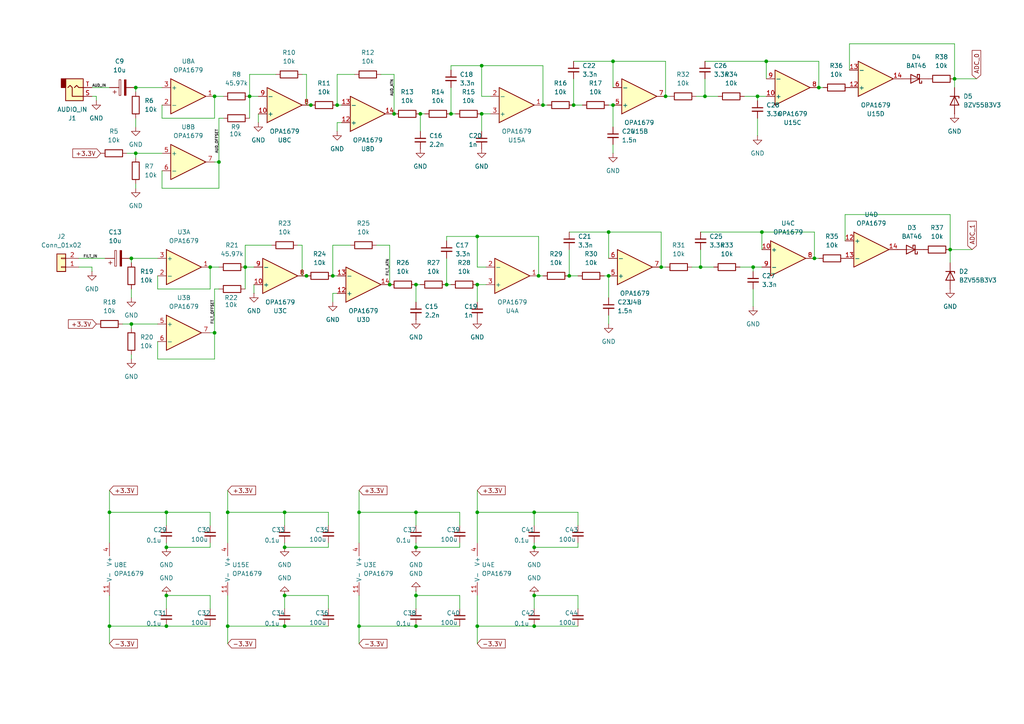
<source format=kicad_sch>
(kicad_sch (version 20250114) (generator "eeschema") (generator_version "9.0")
  (paper "A4")
  (junction (at 166.37 30.48))
  (junction (at 82.55 172.72))
  (junction (at 63.5 46.99))
  (junction (at 138.43 68.58))
  (junction (at 154.94 158.75))
  (junction (at 120.65 158.75))
  (junction (at 130.81 33.02))
  (junction (at 82.55 181.61))
  (junction (at 96.52 80.01))
  (junction (at 120.65 148.59))
  (junction (at 139.7 33.02))
  (junction (at 82.55 148.59))
  (junction (at 154.94 181.61))
  (junction (at 114.3 33.02))
  (junction (at 90.17 30.48))
  (junction (at 138.43 82.55))
  (junction (at 177.8 17.78))
  (junction (at 220.98 67.31))
  (junction (at 219.71 27.94))
  (junction (at 82.55 158.75))
  (junction (at 31.75 148.59))
  (junction (at 218.44 77.47))
  (junction (at 66.04 148.59))
  (junction (at 193.04 27.94))
  (junction (at 121.92 33.02))
  (junction (at 88.9 80.01))
  (junction (at 104.14 181.61))
  (junction (at 31.75 181.61))
  (junction (at 156.21 80.01))
  (junction (at 237.49 25.4))
  (junction (at 38.1 74.93))
  (junction (at 39.37 25.4))
  (junction (at 66.04 181.61))
  (junction (at 97.79 30.48))
  (junction (at 120.65 181.61))
  (junction (at 154.94 148.59))
  (junction (at 48.26 172.72))
  (junction (at 48.26 158.75))
  (junction (at 222.25 17.78))
  (junction (at 138.43 148.59))
  (junction (at 48.26 181.61))
  (junction (at 236.22 74.93))
  (junction (at 120.65 82.55))
  (junction (at 176.53 67.31))
  (junction (at 72.39 27.94))
  (junction (at 157.48 30.48))
  (junction (at 275.59 72.39))
  (junction (at 191.77 77.47))
  (junction (at 154.94 172.72))
  (junction (at 276.86 22.86))
  (junction (at 139.7 19.05))
  (junction (at 176.53 80.01))
  (junction (at 129.54 82.55))
  (junction (at 113.03 82.55))
  (junction (at 177.8 30.48))
  (junction (at 48.26 148.59))
  (junction (at 62.23 96.52))
  (junction (at 71.12 77.47))
  (junction (at 104.14 148.59))
  (junction (at 60.96 77.47))
  (junction (at 203.2 77.47))
  (junction (at 165.1 80.01))
  (junction (at 39.37 44.45))
  (junction (at 138.43 181.61))
  (junction (at 62.23 27.94))
  (junction (at 38.1 93.98))
  (junction (at 204.47 27.94))
  (junction (at 120.65 172.72))
  (wire (pts (xy 120.65 152.4) (xy 120.65 148.59)))
  (wire (pts (xy 31.75 142.24) (xy 31.75 148.59)))
  (wire (pts (xy 95.25 158.75) (xy 82.55 158.75)))
  (wire (pts (xy 120.65 82.55) (xy 121.92 82.55)))
  (wire (pts (xy 204.47 27.94) (xy 204.47 22.86)))
  (wire (pts (xy 72.39 27.94) (xy 74.93 27.94)))
  (wire (pts (xy 62.23 27.94) (xy 64.77 27.94)))
  (wire (pts (xy 60.96 172.72) (xy 60.96 176.53)))
  (wire (pts (xy 97.79 21.59) (xy 97.79 30.48)))
  (wire (pts (xy 177.8 30.48) (xy 176.53 30.48)))
  (wire (pts (xy 38.1 93.98) (xy 38.1 95.25)))
  (wire (pts (xy 46.99 30.48) (xy 46.99 34.29)))
  (wire (pts (xy 215.9 27.94) (xy 219.71 27.94)))
  (wire (pts (xy 97.79 38.1) (xy 97.79 35.56)))
  (wire (pts (xy 200.66 77.47) (xy 203.2 77.47)))
  (wire (pts (xy 157.48 19.05) (xy 157.48 30.48)))
  (wire (pts (xy 138.43 82.55) (xy 138.43 87.63)))
  (wire (pts (xy 22.86 74.93) (xy 30.48 74.93)))
  (wire (pts (xy 39.37 44.45) (xy 39.37 45.72)))
  (wire (pts (xy 139.7 19.05) (xy 139.7 27.94)))
  (wire (pts (xy 71.12 77.47) (xy 73.66 77.47)))
  (wire (pts (xy 220.98 67.31) (xy 236.22 67.31)))
  (wire (pts (xy 214.63 77.47) (xy 218.44 77.47)))
  (wire (pts (xy 95.25 172.72) (xy 95.25 176.53)))
  (wire (pts (xy 45.72 93.98) (xy 38.1 93.98)))
  (wire (pts (xy 78.74 71.12) (xy 71.12 71.12)))
  (wire (pts (xy 138.43 68.58) (xy 156.21 68.58)))
  (wire (pts (xy 96.52 71.12) (xy 96.52 80.01)))
  (wire (pts (xy 246.38 12.7) (xy 276.86 12.7)))
  (wire (pts (xy 26.67 27.94) (xy 27.94 27.94)))
  (wire (pts (xy 176.53 67.31) (xy 191.77 67.31)))
  (wire (pts (xy 39.37 53.34) (xy 39.37 54.61)))
  (wire (pts (xy 39.37 25.4) (xy 46.99 25.4)))
  (wire (pts (xy 46.99 44.45) (xy 39.37 44.45)))
  (wire (pts (xy 26.67 77.47) (xy 26.67 78.74)))
  (wire (pts (xy 48.26 158.75) (xy 60.96 158.75)))
  (wire (pts (xy 133.35 181.61) (xy 120.65 181.61)))
  (wire (pts (xy 139.7 33.02) (xy 139.7 38.1)))
  (wire (pts (xy 121.92 33.02) (xy 121.92 38.1)))
  (wire (pts (xy 80.01 21.59) (xy 72.39 21.59)))
  (wire (pts (xy 176.53 74.93) (xy 176.53 67.31)))
  (wire (pts (xy 82.55 176.53) (xy 82.55 172.72)))
  (wire (pts (xy 203.2 77.47) (xy 203.2 72.39)))
  (wire (pts (xy 74.93 33.02) (xy 74.93 35.56)))
  (wire (pts (xy 166.37 22.86) (xy 166.37 30.48)))
  (wire (pts (xy 66.04 148.59) (xy 82.55 148.59)))
  (wire (pts (xy 96.52 80.01) (xy 97.79 80.01)))
  (wire (pts (xy 237.49 25.4) (xy 238.76 25.4)))
  (wire (pts (xy 120.65 172.72) (xy 133.35 172.72)))
  (wire (pts (xy 39.37 25.4) (xy 39.37 26.67)))
  (wire (pts (xy 154.94 157.48) (xy 154.94 158.75)))
  (wire (pts (xy 22.86 77.47) (xy 26.67 77.47)))
  (wire (pts (xy 113.03 71.12) (xy 113.03 82.55)))
  (wire (pts (xy 130.81 25.4) (xy 130.81 33.02)))
  (wire (pts (xy 71.12 77.47) (xy 71.12 83.82)))
  (wire (pts (xy 158.75 30.48) (xy 157.48 30.48)))
  (wire (pts (xy 154.94 158.75) (xy 167.64 158.75)))
  (wire (pts (xy 60.96 148.59) (xy 60.96 152.4)))
  (wire (pts (xy 72.39 27.94) (xy 72.39 34.29)))
  (wire (pts (xy 276.86 12.7) (xy 276.86 22.86)))
  (wire (pts (xy 88.9 30.48) (xy 90.17 30.48)))
  (wire (pts (xy 48.26 181.61) (xy 31.75 181.61)))
  (wire (pts (xy 48.26 172.72) (xy 48.26 176.53)))
  (wire (pts (xy 120.65 181.61) (xy 104.14 181.61)))
  (wire (pts (xy 154.94 176.53) (xy 154.94 172.72)))
  (wire (pts (xy 245.11 62.23) (xy 275.59 62.23)))
  (wire (pts (xy 218.44 77.47) (xy 220.98 77.47)))
  (wire (pts (xy 130.81 19.05) (xy 139.7 19.05)))
  (wire (pts (xy 38.1 83.82) (xy 38.1 86.36)))
  (wire (pts (xy 133.35 148.59) (xy 133.35 152.4)))
  (wire (pts (xy 88.9 21.59) (xy 88.9 30.48)))
  (wire (pts (xy 177.8 25.4) (xy 177.8 17.78)))
  (wire (pts (xy 130.81 19.05) (xy 130.81 20.32)))
  (wire (pts (xy 120.65 148.59) (xy 133.35 148.59)))
  (wire (pts (xy 177.8 17.78) (xy 166.37 17.78)))
  (wire (pts (xy 276.86 22.86) (xy 283.21 22.86)))
  (wire (pts (xy 82.55 158.75) (xy 82.55 157.48)))
  (wire (pts (xy 133.35 172.72) (xy 133.35 176.53)))
  (wire (pts (xy 97.79 30.48) (xy 99.06 30.48)))
  (wire (pts (xy 245.11 69.85) (xy 245.11 62.23)))
  (wire (pts (xy 237.49 17.78) (xy 237.49 25.4)))
  (wire (pts (xy 222.25 17.78) (xy 237.49 17.78)))
  (wire (pts (xy 246.38 20.32) (xy 246.38 12.7)))
  (wire (pts (xy 63.5 46.99) (xy 63.5 34.29)))
  (wire (pts (xy 82.55 172.72) (xy 95.25 172.72)))
  (wire (pts (xy 191.77 77.47) (xy 193.04 77.47)))
  (wire (pts (xy 220.98 67.31) (xy 203.2 67.31)))
  (wire (pts (xy 31.75 186.69) (xy 31.75 181.61)))
  (wire (pts (xy 138.43 148.59) (xy 138.43 157.48)))
  (wire (pts (xy 138.43 148.59) (xy 154.94 148.59)))
  (wire (pts (xy 139.7 33.02) (xy 142.24 33.02)))
  (wire (pts (xy 62.23 27.94) (xy 62.23 34.29)))
  (wire (pts (xy 102.87 21.59) (xy 97.79 21.59)))
  (wire (pts (xy 236.22 74.93) (xy 237.49 74.93)))
  (wire (pts (xy 31.75 181.61) (xy 31.75 172.72)))
  (wire (pts (xy 167.64 172.72) (xy 167.64 176.53)))
  (wire (pts (xy 165.1 72.39) (xy 165.1 80.01)))
  (wire (pts (xy 130.81 33.02) (xy 132.08 33.02)))
  (wire (pts (xy 87.63 71.12) (xy 87.63 80.01)))
  (wire (pts (xy 176.53 80.01) (xy 176.53 86.36)))
  (wire (pts (xy 101.6 71.12) (xy 96.52 71.12)))
  (wire (pts (xy 60.96 96.52) (xy 62.23 96.52)))
  (wire (pts (xy 26.67 25.4) (xy 31.75 25.4)))
  (wire (pts (xy 62.23 96.52) (xy 62.23 104.14)))
  (wire (pts (xy 60.96 181.61) (xy 48.26 181.61)))
  (wire (pts (xy 104.14 186.69) (xy 104.14 181.61)))
  (wire (pts (xy 95.25 181.61) (xy 82.55 181.61)))
  (wire (pts (xy 38.1 74.93) (xy 45.72 74.93)))
  (wire (pts (xy 204.47 27.94) (xy 208.28 27.94)))
  (wire (pts (xy 193.04 17.78) (xy 193.04 27.94)))
  (wire (pts (xy 138.43 77.47) (xy 140.97 77.47)))
  (wire (pts (xy 86.36 71.12) (xy 87.63 71.12)))
  (wire (pts (xy 176.53 67.31) (xy 165.1 67.31)))
  (wire (pts (xy 154.94 181.61) (xy 138.43 181.61)))
  (wire (pts (xy 48.26 148.59) (xy 60.96 148.59)))
  (wire (pts (xy 220.98 72.39) (xy 220.98 67.31)))
  (wire (pts (xy 114.3 21.59) (xy 114.3 33.02)))
  (wire (pts (xy 129.54 82.55) (xy 130.81 82.55)))
  (wire (pts (xy 46.99 34.29) (xy 62.23 34.29)))
  (wire (pts (xy 82.55 152.4) (xy 82.55 148.59)))
  (wire (pts (xy 38.1 102.87) (xy 38.1 104.14)))
  (wire (pts (xy 176.53 93.98) (xy 176.53 91.44)))
  (wire (pts (xy 193.04 27.94) (xy 194.31 27.94)))
  (wire (pts (xy 110.49 21.59) (xy 114.3 21.59)))
  (wire (pts (xy 66.04 142.24) (xy 66.04 148.59)))
  (wire (pts (xy 120.65 82.55) (xy 120.65 87.63)))
  (wire (pts (xy 45.72 83.82) (xy 60.96 83.82)))
  (wire (pts (xy 60.96 77.47) (xy 60.96 83.82)))
  (wire (pts (xy 95.25 158.75) (xy 95.25 157.48)))
  (wire (pts (xy 96.52 85.09) (xy 97.79 85.09)))
  (wire (pts (xy 129.54 74.93) (xy 129.54 82.55)))
  (wire (pts (xy 36.83 44.45) (xy 39.37 44.45)))
  (wire (pts (xy 219.71 27.94) (xy 219.71 29.21)))
  (wire (pts (xy 71.12 71.12) (xy 71.12 77.47)))
  (wire (pts (xy 121.92 33.02) (xy 123.19 33.02)))
  (wire (pts (xy 167.64 158.75) (xy 167.64 157.48)))
  (wire (pts (xy 222.25 17.78) (xy 204.47 17.78)))
  (wire (pts (xy 27.94 27.94) (xy 27.94 29.21)))
  (wire (pts (xy 104.14 181.61) (xy 104.14 172.72)))
  (wire (pts (xy 156.21 68.58) (xy 156.21 80.01)))
  (wire (pts (xy 63.5 34.29) (xy 64.77 34.29)))
  (wire (pts (xy 219.71 39.37) (xy 219.71 34.29)))
  (wire (pts (xy 96.52 87.63) (xy 96.52 85.09)))
  (wire (pts (xy 45.72 99.06) (xy 45.72 104.14)))
  (wire (pts (xy 109.22 71.12) (xy 113.03 71.12)))
  (wire (pts (xy 48.26 158.75) (xy 48.26 157.48)))
  (wire (pts (xy 120.65 158.75) (xy 120.65 157.48)))
  (wire (pts (xy 46.99 54.61) (xy 63.5 54.61)))
  (wire (pts (xy 275.59 72.39) (xy 281.94 72.39)))
  (wire (pts (xy 31.75 148.59) (xy 48.26 148.59)))
  (wire (pts (xy 222.25 22.86) (xy 222.25 17.78)))
  (wire (pts (xy 120.65 171.45) (xy 120.65 172.72)))
  (wire (pts (xy 45.72 104.14) (xy 62.23 104.14)))
  (wire (pts (xy 60.96 77.47) (xy 63.5 77.47)))
  (wire (pts (xy 66.04 181.61) (xy 66.04 172.72)))
  (wire (pts (xy 203.2 77.47) (xy 207.01 77.47)))
  (wire (pts (xy 97.79 35.56) (xy 99.06 35.56)))
  (wire (pts (xy 218.44 77.47) (xy 218.44 78.74)))
  (wire (pts (xy 138.43 68.58) (xy 138.43 77.47)))
  (wire (pts (xy 66.04 186.69) (xy 66.04 181.61)))
  (wire (pts (xy 201.93 27.94) (xy 204.47 27.94)))
  (wire (pts (xy 154.94 172.72) (xy 167.64 172.72)))
  (wire (pts (xy 87.63 21.59) (xy 88.9 21.59)))
  (wire (pts (xy 219.71 27.94) (xy 222.25 27.94)))
  (wire (pts (xy 104.14 148.59) (xy 120.65 148.59)))
  (wire (pts (xy 175.26 80.01) (xy 176.53 80.01)))
  (wire (pts (xy 154.94 148.59) (xy 167.64 148.59)))
  (wire (pts (xy 276.86 25.4) (xy 276.86 22.86)))
  (wire (pts (xy 104.14 148.59) (xy 104.14 157.48)))
  (wire (pts (xy 104.14 142.24) (xy 104.14 148.59)))
  (wire (pts (xy 138.43 181.61) (xy 138.43 172.72)))
  (wire (pts (xy 120.65 172.72) (xy 120.65 176.53)))
  (wire (pts (xy 48.26 172.72) (xy 60.96 172.72)))
  (wire (pts (xy 73.66 82.55) (xy 73.66 85.09)))
  (wire (pts (xy 138.43 82.55) (xy 140.97 82.55)))
  (wire (pts (xy 63.5 46.99) (xy 63.5 54.61)))
  (wire (pts (xy 129.54 68.58) (xy 138.43 68.58)))
  (wire (pts (xy 62.23 46.99) (xy 63.5 46.99)))
  (wire (pts (xy 95.25 148.59) (xy 95.25 152.4)))
  (wire (pts (xy 177.8 17.78) (xy 193.04 17.78)))
  (wire (pts (xy 45.72 80.01) (xy 45.72 83.82)))
  (wire (pts (xy 35.56 93.98) (xy 38.1 93.98)))
  (wire (pts (xy 154.94 152.4) (xy 154.94 148.59)))
  (wire (pts (xy 275.59 76.2) (xy 275.59 72.39)))
  (wire (pts (xy 177.8 30.48) (xy 177.8 36.83)))
  (wire (pts (xy 62.23 83.82) (xy 63.5 83.82)))
  (wire (pts (xy 87.63 80.01) (xy 88.9 80.01)))
  (wire (pts (xy 139.7 27.94) (xy 142.24 27.94)))
  (wire (pts (xy 38.1 74.93) (xy 38.1 76.2)))
  (wire (pts (xy 31.75 148.59) (xy 31.75 157.48)))
  (wire (pts (xy 66.04 148.59) (xy 66.04 157.48)))
  (wire (pts (xy 165.1 80.01) (xy 167.64 80.01)))
  (wire (pts (xy 167.64 148.59) (xy 167.64 152.4)))
  (wire (pts (xy 129.54 68.58) (xy 129.54 69.85)))
  (wire (pts (xy 218.44 88.9) (xy 218.44 83.82)))
  (wire (pts (xy 236.22 67.31) (xy 236.22 74.93)))
  (wire (pts (xy 177.8 44.45) (xy 177.8 41.91)))
  (wire (pts (xy 157.48 80.01) (xy 156.21 80.01)))
  (wire (pts (xy 82.55 148.59) (xy 95.25 148.59)))
  (wire (pts (xy 120.65 158.75) (xy 133.35 158.75)))
  (wire (pts (xy 167.64 181.61) (xy 154.94 181.61)))
  (wire (pts (xy 60.96 158.75) (xy 60.96 157.48)))
  (wire (pts (xy 62.23 96.52) (xy 62.23 83.82)))
  (wire (pts (xy 48.26 152.4) (xy 48.26 148.59)))
  (wire (pts (xy 138.43 186.69) (xy 138.43 181.61)))
  (wire (pts (xy 138.43 142.24) (xy 138.43 148.59)))
  (wire (pts (xy 139.7 19.05) (xy 157.48 19.05)))
  (wire (pts (xy 275.59 62.23) (xy 275.59 72.39)))
  (wire (pts (xy 82.55 181.61) (xy 66.04 181.61)))
  (wire (pts (xy 191.77 67.31) (xy 191.77 77.47)))
  (wire (pts (xy 39.37 34.29) (xy 39.37 36.83)))
  (wire (pts (xy 133.35 158.75) (xy 133.35 157.48)))
  (wire (pts (xy 166.37 30.48) (xy 168.91 30.48)))
  (wire (pts (xy 72.39 21.59) (xy 72.39 27.94)))
  (wire (pts (xy 46.99 49.53) (xy 46.99 54.61)))
  (label "FILT_ATN" (at 113.03 80.01 90) (effects (font (size 0.762 0.762))))
  (label "AUD_IN" (at 26.67 25.4 0) (effects (font (size 0.762 0.762))))
  (label "AUD_OFFSET" (at 63.5 44.45 90) (effects (font (size 0.762 0.762))))
  (label "FILT_OFFSET" (at 62.23 93.98 90) (effects (font (size 0.762 0.762))))
  (label "AUD_ATN" (at 114.3 22.86 270) (effects (font (size 0.762 0.762))))
  (label "FILT_IN" (at 24.13 74.93 0) (effects (font (size 0.762 0.762))))
  (global_label "-3.3V" (shape input) (at 31.75 186.69 0) (property "Intersheetrefs" "${INTERSHEET_REFS}" (effects (hide yes))))
  (global_label "ADC_1" (shape input) (at 281.94 72.39 90) (property "Intersheetrefs" "${INTERSHEET_REFS}" (effects (hide yes))))
  (global_label "+3.3V" (shape input) (at 138.43 142.24 0) (property "Intersheetrefs" "${INTERSHEET_REFS}" (effects (hide yes))))
  (global_label "+3.3V" (shape input) (at 29.21 44.45 180) (property "Intersheetrefs" "${INTERSHEET_REFS}" (effects (hide yes))))
  (global_label "+3.3V" (shape input) (at 27.94 93.98 180) (property "Intersheetrefs" "${INTERSHEET_REFS}" (effects (hide yes))))
  (global_label "+3.3V" (shape input) (at 104.14 142.24 0) (property "Intersheetrefs" "${INTERSHEET_REFS}" (effects (hide yes))))
  (global_label "-3.3V" (shape input) (at 104.14 186.69 0) (property "Intersheetrefs" "${INTERSHEET_REFS}" (effects (hide yes))))
  (global_label "+3.3V" (shape input) (at 66.04 142.24 0) (property "Intersheetrefs" "${INTERSHEET_REFS}" (effects (hide yes))))
  (global_label "+3.3V" (shape input) (at 31.75 142.24 0) (property "Intersheetrefs" "${INTERSHEET_REFS}" (effects (hide yes))))
  (global_label "ADC_0" (shape input) (at 283.21 22.86 90) (property "Intersheetrefs" "${INTERSHEET_REFS}" (effects (hide yes))))
  (global_label "-3.3V" (shape input) (at 138.43 186.69 0) (property "Intersheetrefs" "${INTERSHEET_REFS}" (effects (hide yes))))
  (global_label "-3.3V" (shape input) (at 66.04 186.69 0) (property "Intersheetrefs" "${INTERSHEET_REFS}" (effects (hide yes))))
  (symbol (lib_id "Device:R") (at 83.82 21.59 270) (unit 1)
    (property "Reference" "R10" (at 83.82 15.24 90))
    (property "Value" "10k" (at 83.82 17.78 90))
    (property "Footprint" "Resistor_SMD:R_0402_1005Metric" (effects (hide yes)))
    (property "Description" "Resistor" (effects (hide yes)))
  )
  (symbol (lib_id "power:GND") (at 39.37 36.83 0) (unit 1)
    (property "Reference" "#PWR028" (effects (hide yes)))
    (property "Value" "GND" (at 39.37 41.91 0))
    (property "Description" "Power symbol creates a global label with name \"GND\" , ground" (effects (hide yes)))
  )
  (symbol (lib_id "Amplifier_Operational:OPA1679") (at 148.59 80.01 0) (mirror x) (unit 1)
    (property "Reference" "U4" (at 148.59 90.17 0))
    (property "Value" "OPA1679" (at 148.59 87.63 0))
    (property "Footprint" "Package_SO:TSSOP-14_4.4x5mm_P0.65mm" (effects (hide yes)))
    (property "Datasheet" "http://www.ti.com/lit/ds/symlink/opa1678.pdf" (effects (hide yes)))
    (property "Description" "Low-Distortion Audio Operational Amplifiers, SOIC-14/TSSOP-14" (effects (hide yes)))
  )
  (symbol (lib_id "power:GND") (at 138.43 92.71 0) (unit 1)
    (property "Reference" "#PWR024" (effects (hide yes)))
    (property "Value" "GND" (at 138.43 97.79 0))
    (property "Description" "Power symbol creates a global label with name \"GND\" , ground" (effects (hide yes)))
  )
  (symbol (lib_id "power:GND") (at 96.52 87.63 0) (unit 1)
    (property "Reference" "#PWR022" (effects (hide yes)))
    (property "Value" "GND" (at 96.52 92.71 0))
    (property "Description" "Power symbol creates a global label with name \"GND\" , ground" (effects (hide yes)))
  )
  (symbol (lib_id "Amplifier_Operational:OPA1679") (at 53.34 77.47 0) (unit 1)
    (property "Reference" "U3" (at 53.34 67.31 0))
    (property "Value" "OPA1679" (at 53.34 69.85 0))
    (property "Footprint" "Package_SO:TSSOP-14_4.4x5mm_P0.65mm" (effects (hide yes)))
    (property "Datasheet" "http://www.ti.com/lit/ds/symlink/opa1678.pdf" (effects (hide yes)))
    (property "Description" "Low-Distortion Audio Operational Amplifiers, SOIC-14/TSSOP-14" (effects (hide yes)))
  )
  (symbol (lib_id "Device:C_Small") (at 82.55 179.07 0) (unit 1)
    (property "Reference" "C34" (at 78.74 177.8062 0) (effects (justify left)))
    (property "Value" "0.1u" (at 76.708 180.848 0) (effects (justify left)))
    (property "Footprint" "Capacitor_SMD:C_0402_1005Metric" (effects (hide yes)))
    (property "Description" "Unpolarized capacitor, small symbol" (effects (hide yes)))
  )
  (symbol (lib_id "Device:R") (at 125.73 82.55 270) (unit 1)
    (property "Reference" "R27" (at 125.73 76.2 90))
    (property "Value" "10k" (at 125.73 78.74 90))
    (property "Footprint" "Resistor_SMD:R_0402_1005Metric" (effects (hide yes)))
    (property "Description" "Resistor" (effects (hide yes)))
  )
  (symbol (lib_id "power:GND") (at 26.67 78.74 0) (unit 1)
    (property "Reference" "#PWR018" (effects (hide yes)))
    (property "Value" "GND" (at 26.67 83.82 0))
    (property "Description" "Power symbol creates a global label with name \"GND\" , ground" (effects (hide yes)))
  )
  (symbol (lib_id "power:GND") (at 218.44 88.9 0) (unit 1)
    (property "Reference" "#PWR026" (effects (hide yes)))
    (property "Value" "GND" (at 218.44 93.98 0))
    (property "Description" "Power symbol creates a global label with name \"GND\" , ground" (effects (hide yes)))
  )
  (symbol (lib_id "Connector_Generic:Conn_01x02") (at 17.78 77.47 180) (unit 1)
    (property "Reference" "J2" (at 17.78 68.58 0))
    (property "Value" "Conn_01x02" (at 17.78 71.12 0))
    (property "Footprint" "Connector_PinHeader_2.54mm:PinHeader_1x02_P2.54mm_Vertical" (effects (hide yes)))
    (property "Description" "Generic connector, single row, 01x02, script generated (kicad-library-utils/schlib/autogen/connector/)" (effects (hide yes)))
  )
  (symbol (lib_id "Device:C_Small") (at 129.54 72.39 0) (unit 1)
    (property "Reference" "C17" (at 132.08 71.1262 0) (effects (justify left)))
    (property "Value" "3.3n" (at 132.08 73.6662 0) (effects (justify left)))
    (property "Footprint" "Capacitor_SMD:C_0402_1005Metric" (effects (hide yes)))
    (property "Description" "Unpolarized capacitor, small symbol" (effects (hide yes)))
  )
  (symbol (lib_id "Amplifier_Operational:OPA1679") (at 82.55 30.48 0) (mirror x) (unit 3)
    (property "Reference" "U8" (at 82.55 40.64 0))
    (property "Value" "OPA1679" (at 82.55 38.1 0))
    (property "Footprint" "Package_SO:TSSOP-14_4.4x5mm_P0.65mm" (effects (hide yes)))
    (property "Datasheet" "http://www.ti.com/lit/ds/symlink/opa1678.pdf" (effects (hide yes)))
    (property "Description" "Low-Distortion Audio Operational Amplifiers, SOIC-14/TSSOP-14" (effects (hide yes)))
  )
  (symbol (lib_id "Amplifier_Operational:OPA1679") (at 185.42 27.94 0) (mirror x) (unit 2)
    (property "Reference" "U15" (at 185.42 38.1 0))
    (property "Value" "OPA1679" (at 185.42 35.56 0))
    (property "Footprint" "Package_SO:TSSOP-14_4.4x5mm_P0.65mm" (effects (hide yes)))
    (property "Datasheet" "http://www.ti.com/lit/ds/symlink/opa1678.pdf" (effects (hide yes)))
    (property "Description" "Low-Distortion Audio Operational Amplifiers, SOIC-14/TSSOP-14" (effects (hide yes)))
  )
  (symbol (lib_id "Device:C_Small") (at 139.7 40.64 0) (unit 1)
    (property "Reference" "C20" (at 135.89 39.3762 0) (effects (justify left)))
    (property "Value" "1n" (at 135.89 41.9162 0) (effects (justify left)))
    (property "Footprint" "Capacitor_SMD:C_0402_1005Metric" (effects (hide yes)))
    (property "Description" "Unpolarized capacitor, small symbol" (effects (hide yes)))
  )
  (symbol (lib_id "power:GND") (at 48.26 172.72 180) (unit 1)
    (property "Reference" "#PWR038" (effects (hide yes)))
    (property "Value" "GND" (at 48.26 167.64 0))
    (property "Description" "Power symbol creates a global label with name \"GND\" , ground" (effects (hide yes)))
  )
  (symbol (lib_id "Device:R") (at 210.82 77.47 270) (unit 1)
    (property "Reference" "R33" (at 210.82 71.12 90))
    (property "Value" "10k" (at 210.82 73.66 90))
    (property "Footprint" "Resistor_SMD:R_0402_1005Metric" (effects (hide yes)))
    (property "Description" "Resistor" (effects (hide yes)))
  )
  (symbol (lib_id "Device:C_Small") (at 177.8 39.37 0) (unit 1)
    (property "Reference" "C24" (at 180.34 38.1062 0) (effects (justify left)))
    (property "Value" "1.5n" (at 180.34 40.6462 0) (effects (justify left)))
    (property "Footprint" "Capacitor_SMD:C_0402_1005Metric" (effects (hide yes)))
    (property "Description" "Unpolarized capacitor, small symbol" (effects (hide yes)))
  )
  (symbol (lib_id "Device:R") (at 212.09 27.94 270) (unit 1)
    (property "Reference" "R34" (at 212.09 21.59 90))
    (property "Value" "10k" (at 212.09 24.13 90))
    (property "Footprint" "Resistor_SMD:R_0402_1005Metric" (effects (hide yes)))
    (property "Description" "Resistor" (effects (hide yes)))
  )
  (symbol (lib_id "power:GND") (at 154.94 172.72 180) (unit 1)
    (property "Reference" "#PWR044" (effects (hide yes)))
    (property "Value" "GND" (at 154.94 167.64 0))
    (property "Description" "Power symbol creates a global label with name \"GND\" , ground" (effects (hide yes)))
  )
  (symbol (lib_id "Device:C_Small") (at 165.1 69.85 0) (unit 1)
    (property "Reference" "C21" (at 167.64 68.5862 0) (effects (justify left)))
    (property "Value" "3.3n" (at 167.64 71.1262 0) (effects (justify left)))
    (property "Footprint" "Capacitor_SMD:C_0402_1005Metric" (effects (hide yes)))
    (property "Description" "Unpolarized capacitor, small symbol" (effects (hide yes)))
  )
  (symbol (lib_id "Diode:BAT46") (at 264.16 72.39 180) (unit 1)
    (property "Reference" "D3" (at 264.4775 66.04 0))
    (property "Value" "BAT46" (at 264.4775 68.58 0))
    (property "Footprint" "Diode_THT:D_DO-35_SOD27_P7.62mm_Horizontal" (effects (hide yes)))
    (property "Datasheet" "http://www.vishay.com/docs/85662/bat46.pdf" (effects (hide yes)))
    (property "Description" "100V 0.15A Small Signal Schottky Diode, DO-35" (effects (hide yes)))
  )
  (symbol (lib_id "Device:C_Small") (at 133.35 154.94 0) (unit 1)
    (property "Reference" "C39" (at 129.54 153.6762 0) (effects (justify left)))
    (property "Value" "100u" (at 127.762 156.464 0) (effects (justify left)))
    (property "Footprint" "Capacitor_SMD:C_0805_2012Metric" (effects (hide yes)))
    (property "Description" "Unpolarized capacitor, small symbol" (effects (hide yes)))
  )
  (symbol (lib_id "Amplifier_Operational:OPA1679") (at 252.73 72.39 0) (unit 4)
    (property "Reference" "U4" (at 252.73 62.23 0))
    (property "Value" "OPA1679" (at 252.73 64.77 0))
    (property "Footprint" "Package_SO:TSSOP-14_4.4x5mm_P0.65mm" (effects (hide yes)))
    (property "Datasheet" "http://www.ti.com/lit/ds/symlink/opa1678.pdf" (effects (hide yes)))
    (property "Description" "Low-Distortion Audio Operational Amplifiers, SOIC-14/TSSOP-14" (effects (hide yes)))
  )
  (symbol (lib_id "power:GND") (at 176.53 93.98 0) (unit 1)
    (property "Reference" "#PWR025" (effects (hide yes)))
    (property "Value" "GND" (at 176.53 99.06 0))
    (property "Description" "Power symbol creates a global label with name \"GND\" , ground" (effects (hide yes)))
  )
  (symbol (lib_id "Amplifier_Operational:OPA1679") (at 68.58 165.1 0) (unit 5)
    (property "Reference" "U15" (at 67.31 163.8299 0) (effects (justify left)))
    (property "Value" "OPA1679" (at 67.31 166.3699 0) (effects (justify left)))
    (property "Footprint" "Package_SO:TSSOP-14_4.4x5mm_P0.65mm" (effects (hide yes)))
    (property "Datasheet" "http://www.ti.com/lit/ds/symlink/opa1678.pdf" (effects (hide yes)))
    (property "Description" "Low-Distortion Audio Operational Amplifiers, SOIC-14/TSSOP-14" (effects (hide yes)))
  )
  (symbol (lib_id "power:GND") (at 73.66 85.09 0) (unit 1)
    (property "Reference" "#PWR021" (effects (hide yes)))
    (property "Value" "GND" (at 73.66 90.17 0))
    (property "Description" "Power symbol creates a global label with name \"GND\" , ground" (effects (hide yes)))
  )
  (symbol (lib_id "Device:C_Small") (at 48.26 154.94 0) (unit 1)
    (property "Reference" "C29" (at 44.45 153.6762 0) (effects (justify left)))
    (property "Value" "0.1u" (at 42.418 156.718 0) (effects (justify left)))
    (property "Footprint" "Capacitor_SMD:C_0402_1005Metric" (effects (hide yes)))
    (property "Description" "Unpolarized capacitor, small symbol" (effects (hide yes)))
  )
  (symbol (lib_id "Amplifier_Operational:OPA1679") (at 105.41 82.55 0) (mirror x) (unit 4)
    (property "Reference" "U3" (at 105.41 92.71 0))
    (property "Value" "OPA1679" (at 105.41 90.17 0))
    (property "Footprint" "Package_SO:TSSOP-14_4.4x5mm_P0.65mm" (effects (hide yes)))
    (property "Datasheet" "http://www.ti.com/lit/ds/symlink/opa1678.pdf" (effects (hide yes)))
    (property "Description" "Low-Distortion Audio Operational Amplifiers, SOIC-14/TSSOP-14" (effects (hide yes)))
  )
  (symbol (lib_id "Device:C_Small") (at 82.55 154.94 0) (unit 1)
    (property "Reference" "C33" (at 78.74 153.6762 0) (effects (justify left)))
    (property "Value" "0.1u" (at 76.708 156.718 0) (effects (justify left)))
    (property "Footprint" "Capacitor_SMD:C_0402_1005Metric" (effects (hide yes)))
    (property "Description" "Unpolarized capacitor, small symbol" (effects (hide yes)))
  )
  (symbol (lib_id "power:GND") (at 97.79 38.1 0) (unit 1)
    (property "Reference" "#PWR031" (effects (hide yes)))
    (property "Value" "GND" (at 97.79 43.18 0))
    (property "Description" "Power symbol creates a global label with name \"GND\" , ground" (effects (hide yes)))
  )
  (symbol (lib_id "Device:R") (at 106.68 21.59 270) (unit 1)
    (property "Reference" "R12" (at 106.68 15.24 90))
    (property "Value" "10k" (at 106.68 17.78 90))
    (property "Footprint" "Resistor_SMD:R_0402_1005Metric" (effects (hide yes)))
    (property "Description" "Resistor" (effects (hide yes)))
  )
  (symbol (lib_id "power:GND") (at 82.55 158.75 0) (unit 1)
    (property "Reference" "#PWR039" (effects (hide yes)))
    (property "Value" "GND" (at 82.55 163.83 0))
    (property "Description" "Power symbol creates a global label with name \"GND\" , ground" (effects (hide yes)))
  )
  (symbol (lib_id "Device:R") (at 68.58 34.29 270) (unit 1)
    (property "Reference" "R9" (at 68.326 36.83 90))
    (property "Value" "10k" (at 68.326 38.862 90))
    (property "Footprint" "Resistor_SMD:R_0402_1005Metric" (effects (hide yes)))
    (property "Description" "Resistor" (effects (hide yes)))
  )
  (symbol (lib_id "Device:C_Small") (at 60.96 154.94 0) (unit 1)
    (property "Reference" "C30" (at 57.15 153.6762 0) (effects (justify left)))
    (property "Value" "100u" (at 55.372 156.464 0) (effects (justify left)))
    (property "Footprint" "Capacitor_SMD:C_0805_2012Metric" (effects (hide yes)))
    (property "Description" "Unpolarized capacitor, small symbol" (effects (hide yes)))
  )
  (symbol (lib_id "Device:R") (at 67.31 83.82 270) (unit 1)
    (property "Reference" "R22" (at 67.056 86.36 90))
    (property "Value" "10k" (at 67.056 88.392 90))
    (property "Footprint" "Resistor_SMD:R_0402_1005Metric" (effects (hide yes)))
    (property "Description" "Resistor" (effects (hide yes)))
  )
  (symbol (lib_id "power:GND") (at 139.7 43.18 0) (unit 1)
    (property "Reference" "#PWR033" (effects (hide yes)))
    (property "Value" "GND" (at 139.7 48.26 0))
    (property "Description" "Power symbol creates a global label with name \"GND\" , ground" (effects (hide yes)))
  )
  (symbol (lib_id "Device:C_Small") (at 120.65 90.17 0) (unit 1)
    (property "Reference" "C15" (at 123.19 88.9062 0) (effects (justify left)))
    (property "Value" "2.2n" (at 123.19 91.4462 0) (effects (justify left)))
    (property "Footprint" "Capacitor_SMD:C_0402_1005Metric" (effects (hide yes)))
    (property "Description" "Unpolarized capacitor, small symbol" (effects (hide yes)))
  )
  (symbol (lib_id "power:GND") (at 82.55 172.72 180) (unit 1)
    (property "Reference" "#PWR040" (effects (hide yes)))
    (property "Value" "GND" (at 82.55 167.64 0))
    (property "Description" "Power symbol creates a global label with name \"GND\" , ground" (effects (hide yes)))
  )
  (symbol (lib_id "Device:C_Small") (at 154.94 154.94 0) (unit 1)
    (property "Reference" "C41" (at 151.13 153.6762 0) (effects (justify left)))
    (property "Value" "0.1u" (at 149.098 156.718 0) (effects (justify left)))
    (property "Footprint" "Capacitor_SMD:C_0402_1005Metric" (effects (hide yes)))
    (property "Description" "Unpolarized capacitor, small symbol" (effects (hide yes)))
  )
  (symbol (lib_id "Device:C_Small") (at 219.71 31.75 0) (unit 1)
    (property "Reference" "C28" (at 222.25 30.4862 0) (effects (justify left)))
    (property "Value" "3.3n" (at 222.25 33.0262 0) (effects (justify left)))
    (property "Footprint" "Capacitor_SMD:C_0402_1005Metric" (effects (hide yes)))
    (property "Description" "Unpolarized capacitor, small symbol" (effects (hide yes)))
  )
  (symbol (lib_id "Device:R") (at 92.71 80.01 270) (unit 1)
    (property "Reference" "R24" (at 92.71 73.66 90))
    (property "Value" "10k" (at 92.71 76.2 90))
    (property "Footprint" "Resistor_SMD:R_0402_1005Metric" (effects (hide yes)))
    (property "Description" "Resistor" (effects (hide yes)))
  )
  (symbol (lib_id "Device:C_Small") (at 166.37 20.32 0) (unit 1)
    (property "Reference" "C22" (at 168.91 19.0562 0) (effects (justify left)))
    (property "Value" "3.3n" (at 168.91 21.5962 0) (effects (justify left)))
    (property "Footprint" "Capacitor_SMD:C_0402_1005Metric" (effects (hide yes)))
    (property "Description" "Unpolarized capacitor, small symbol" (effects (hide yes)))
  )
  (symbol (lib_id "Device:R") (at 82.55 71.12 270) (unit 1)
    (property "Reference" "R23" (at 82.55 64.77 90))
    (property "Value" "10k" (at 82.55 67.31 90))
    (property "Footprint" "Resistor_SMD:R_0402_1005Metric" (effects (hide yes)))
    (property "Description" "Resistor" (effects (hide yes)))
  )
  (symbol (lib_id "Device:C_Small") (at 120.65 179.07 0) (unit 1)
    (property "Reference" "C38" (at 116.84 177.8062 0) (effects (justify left)))
    (property "Value" "0.1u" (at 114.808 180.848 0) (effects (justify left)))
    (property "Footprint" "Capacitor_SMD:C_0402_1005Metric" (effects (hide yes)))
    (property "Description" "Unpolarized capacitor, small symbol" (effects (hide yes)))
  )
  (symbol (lib_id "Device:C_Small") (at 167.64 154.94 0) (unit 1)
    (property "Reference" "C43" (at 163.83 153.6762 0) (effects (justify left)))
    (property "Value" "100u" (at 162.052 156.464 0) (effects (justify left)))
    (property "Footprint" "Capacitor_SMD:C_0805_2012Metric" (effects (hide yes)))
    (property "Description" "Unpolarized capacitor, small symbol" (effects (hide yes)))
  )
  (symbol (lib_id "Amplifier_Operational:OPA1679") (at 53.34 96.52 0) (unit 2)
    (property "Reference" "U3" (at 53.34 86.36 0))
    (property "Value" "OPA1679" (at 53.34 88.9 0))
    (property "Footprint" "Package_SO:TSSOP-14_4.4x5mm_P0.65mm" (effects (hide yes)))
    (property "Datasheet" "http://www.ti.com/lit/ds/symlink/opa1678.pdf" (effects (hide yes)))
    (property "Description" "Low-Distortion Audio Operational Amplifiers, SOIC-14/TSSOP-14" (effects (hide yes)))
  )
  (symbol (lib_id "Device:R") (at 38.1 80.01 180) (unit 1)
    (property "Reference" "R19" (at 40.64 78.7399 0) (effects (justify right)))
    (property "Value" "10k" (at 40.64 81.2799 0) (effects (justify right)))
    (property "Footprint" "Resistor_SMD:R_0402_1005Metric" (effects (hide yes)))
    (property "Description" "Resistor" (effects (hide yes)))
  )
  (symbol (lib_id "Device:C_Small") (at 95.25 154.94 0) (unit 1)
    (property "Reference" "C35" (at 91.44 153.6762 0) (effects (justify left)))
    (property "Value" "100u" (at 89.662 156.464 0) (effects (justify left)))
    (property "Footprint" "Capacitor_SMD:C_0805_2012Metric" (effects (hide yes)))
    (property "Description" "Unpolarized capacitor, small symbol" (effects (hide yes)))
  )
  (symbol (lib_id "Device:C_Small") (at 95.25 179.07 0) (unit 1)
    (property "Reference" "C36" (at 91.44 177.8062 0) (effects (justify left)))
    (property "Value" "100u" (at 89.662 180.594 0) (effects (justify left)))
    (property "Footprint" "Capacitor_SMD:C_0805_2012Metric" (effects (hide yes)))
    (property "Description" "Unpolarized capacitor, small symbol" (effects (hide yes)))
  )
  (symbol (lib_id "Amplifier_Operational:OPA1679") (at 254 22.86 0) (mirror x) (unit 4)
    (property "Reference" "U15" (at 254 33.02 0))
    (property "Value" "OPA1679" (at 254 30.48 0))
    (property "Footprint" "Package_SO:TSSOP-14_4.4x5mm_P0.65mm" (effects (hide yes)))
    (property "Datasheet" "http://www.ti.com/lit/ds/symlink/opa1678.pdf" (effects (hide yes)))
    (property "Description" "Low-Distortion Audio Operational Amplifiers, SOIC-14/TSSOP-14" (effects (hide yes)))
  )
  (symbol (lib_id "Device:R") (at 68.58 27.94 270) (unit 1)
    (property "Reference" "R8" (at 68.58 21.59 90))
    (property "Value" "45.97k" (at 68.58 24.13 90))
    (property "Footprint" "Resistor_SMD:R_0402_1005Metric" (effects (hide yes)))
    (property "Description" "Resistor" (effects (hide yes)))
  )
  (symbol (lib_id "Amplifier_Operational:OPA1679") (at 54.61 27.94 0) (unit 1)
    (property "Reference" "U8" (at 54.61 17.78 0))
    (property "Value" "OPA1679" (at 54.61 20.32 0))
    (property "Footprint" "Package_SO:TSSOP-14_4.4x5mm_P0.65mm" (effects (hide yes)))
    (property "Datasheet" "http://www.ti.com/lit/ds/symlink/opa1678.pdf" (effects (hide yes)))
    (property "Description" "Low-Distortion Audio Operational Amplifiers, SOIC-14/TSSOP-14" (effects (hide yes)))
  )
  (symbol (lib_id "Amplifier_Operational:OPA1679") (at 54.61 46.99 0) (unit 2)
    (property "Reference" "U8" (at 54.61 36.83 0))
    (property "Value" "OPA1679" (at 54.61 39.37 0))
    (property "Footprint" "Package_SO:TSSOP-14_4.4x5mm_P0.65mm" (effects (hide yes)))
    (property "Datasheet" "http://www.ti.com/lit/ds/symlink/opa1678.pdf" (effects (hide yes)))
    (property "Description" "Low-Distortion Audio Operational Amplifiers, SOIC-14/TSSOP-14" (effects (hide yes)))
  )
  (symbol (lib_id "Device:R") (at 242.57 25.4 270) (unit 1)
    (property "Reference" "R36" (at 242.57 19.05 90))
    (property "Value" "10k" (at 242.57 21.59 90))
    (property "Footprint" "Resistor_SMD:R_0402_1005Metric" (effects (hide yes)))
    (property "Description" "Resistor" (effects (hide yes)))
  )
  (symbol (lib_id "Device:R") (at 67.31 77.47 270) (unit 1)
    (property "Reference" "R21" (at 67.31 71.12 90))
    (property "Value" "45.97k" (at 67.31 73.66 90))
    (property "Footprint" "Resistor_SMD:R_0402_1005Metric" (effects (hide yes)))
    (property "Description" "Resistor" (effects (hide yes)))
  )
  (symbol (lib_id "Amplifier_Operational:OPA1679") (at 81.28 80.01 0) (mirror x) (unit 3)
    (property "Reference" "U3" (at 81.28 90.17 0))
    (property "Value" "OPA1679" (at 81.28 87.63 0))
    (property "Footprint" "Package_SO:TSSOP-14_4.4x5mm_P0.65mm" (effects (hide yes)))
    (property "Datasheet" "http://www.ti.com/lit/ds/symlink/opa1678.pdf" (effects (hide yes)))
    (property "Description" "Low-Distortion Audio Operational Amplifiers, SOIC-14/TSSOP-14" (effects (hide yes)))
  )
  (symbol (lib_id "power:GND") (at 38.1 104.14 0) (unit 1)
    (property "Reference" "#PWR019" (effects (hide yes)))
    (property "Value" "GND" (at 38.1 109.22 0))
    (property "Description" "Power symbol creates a global label with name \"GND\" , ground" (effects (hide yes)))
  )
  (symbol (lib_id "Device:R") (at 33.02 44.45 270) (unit 1)
    (property "Reference" "R5" (at 33.02 38.1 90))
    (property "Value" "10k" (at 33.02 40.64 90))
    (property "Footprint" "Resistor_SMD:R_0402_1005Metric" (effects (hide yes)))
    (property "Description" "Resistor" (effects (hide yes)))
  )
  (symbol (lib_id "power:GND") (at 154.94 158.75 0) (unit 1)
    (property "Reference" "#PWR043" (effects (hide yes)))
    (property "Value" "GND" (at 154.94 163.83 0))
    (property "Description" "Power symbol creates a global label with name \"GND\" , ground" (effects (hide yes)))
  )
  (symbol (lib_id "Amplifier_Operational:OPA1679") (at 228.6 74.93 0) (unit 3)
    (property "Reference" "U4" (at 228.6 64.77 0))
    (property "Value" "OPA1679" (at 228.6 67.31 0))
    (property "Footprint" "Package_SO:TSSOP-14_4.4x5mm_P0.65mm" (effects (hide yes)))
    (property "Datasheet" "http://www.ti.com/lit/ds/symlink/opa1678.pdf" (effects (hide yes)))
    (property "Description" "Low-Distortion Audio Operational Amplifiers, SOIC-14/TSSOP-14" (effects (hide yes)))
  )
  (symbol (lib_id "Device:C_Small") (at 154.94 179.07 0) (unit 1)
    (property "Reference" "C42" (at 151.13 177.8062 0) (effects (justify left)))
    (property "Value" "0.1u" (at 149.098 180.848 0) (effects (justify left)))
    (property "Footprint" "Capacitor_SMD:C_0402_1005Metric" (effects (hide yes)))
    (property "Description" "Unpolarized capacitor, small symbol" (effects (hide yes)))
  )
  (symbol (lib_id "Diode:BAT46") (at 265.43 22.86 180) (unit 1)
    (property "Reference" "D4" (at 265.7475 16.51 0))
    (property "Value" "BAT46" (at 265.7475 19.05 0))
    (property "Footprint" "Diode_THT:D_DO-35_SOD27_P7.62mm_Horizontal" (effects (hide yes)))
    (property "Datasheet" "http://www.vishay.com/docs/85662/bat46.pdf" (effects (hide yes)))
    (property "Description" "100V 0.15A Small Signal Schottky Diode, DO-35" (effects (hide yes)))
  )
  (symbol (lib_id "Device:R") (at 31.75 93.98 270) (unit 1)
    (property "Reference" "R18" (at 31.75 87.63 90))
    (property "Value" "10k" (at 31.75 90.17 90))
    (property "Footprint" "Resistor_SMD:R_0402_1005Metric" (effects (hide yes)))
    (property "Description" "Resistor" (effects (hide yes)))
  )
  (symbol (lib_id "power:GND") (at 177.8 44.45 0) (unit 1)
    (property "Reference" "#PWR034" (effects (hide yes)))
    (property "Value" "GND" (at 177.8 49.53 0))
    (property "Description" "Power symbol creates a global label with name \"GND\" , ground" (effects (hide yes)))
  )
  (symbol (lib_id "Device:R") (at 116.84 82.55 270) (unit 1)
    (property "Reference" "R26" (at 116.84 76.2 90))
    (property "Value" "10k" (at 116.84 78.74 90))
    (property "Footprint" "Resistor_SMD:R_0402_1005Metric" (effects (hide yes)))
    (property "Description" "Resistor" (effects (hide yes)))
  )
  (symbol (lib_id "power:GND") (at 39.37 54.61 0) (unit 1)
    (property "Reference" "#PWR029" (effects (hide yes)))
    (property "Value" "GND" (at 39.37 59.69 0))
    (property "Description" "Power symbol creates a global label with name \"GND\" , ground" (effects (hide yes)))
  )
  (symbol (lib_id "Device:C_Small") (at 60.96 179.07 0) (unit 1)
    (property "Reference" "C32" (at 57.15 177.8062 0) (effects (justify left)))
    (property "Value" "100u" (at 55.372 180.594 0) (effects (justify left)))
    (property "Footprint" "Capacitor_SMD:C_0805_2012Metric" (effects (hide yes)))
    (property "Description" "Unpolarized capacitor, small symbol" (effects (hide yes)))
  )
  (symbol (lib_id "Device:R") (at 241.3 74.93 270) (unit 1)
    (property "Reference" "R35" (at 241.3 68.58 90))
    (property "Value" "10k" (at 241.3 71.12 90))
    (property "Footprint" "Resistor_SMD:R_0402_1005Metric" (effects (hide yes)))
    (property "Description" "Resistor" (effects (hide yes)))
  )
  (symbol (lib_id "Device:C_Small") (at 130.81 22.86 0) (unit 1)
    (property "Reference" "C18" (at 133.35 21.5962 0) (effects (justify left)))
    (property "Value" "3.3n" (at 133.35 24.1362 0) (effects (justify left)))
    (property "Footprint" "Capacitor_SMD:C_0402_1005Metric" (effects (hide yes)))
    (property "Description" "Unpolarized capacitor, small symbol" (effects (hide yes)))
  )
  (symbol (lib_id "Device:C_Small") (at 204.47 20.32 0) (unit 1)
    (property "Reference" "C26" (at 207.01 19.0562 0) (effects (justify left)))
    (property "Value" "3.3n" (at 207.01 21.5962 0) (effects (justify left)))
    (property "Footprint" "Capacitor_SMD:C_0402_1005Metric" (effects (hide yes)))
    (property "Description" "Unpolarized capacitor, small symbol" (effects (hide yes)))
  )
  (symbol (lib_id "Amplifier_Operational:OPA1679") (at 106.68 165.1 0) (unit 5)
    (property "Reference" "U3" (at 105.41 163.8299 0) (effects (justify left)))
    (property "Value" "OPA1679" (at 105.41 166.3699 0) (effects (justify left)))
    (property "Footprint" "Package_SO:TSSOP-14_4.4x5mm_P0.65mm" (effects (hide yes)))
    (property "Datasheet" "http://www.ti.com/lit/ds/symlink/opa1678.pdf" (effects (hide yes)))
    (property "Description" "Low-Distortion Audio Operational Amplifiers, SOIC-14/TSSOP-14" (effects (hide yes)))
  )
  (symbol (lib_id "Device:R") (at 39.37 49.53 180) (unit 1)
    (property "Reference" "R7" (at 41.91 48.2599 0) (effects (justify right)))
    (property "Value" "10k" (at 41.91 50.7999 0) (effects (justify right)))
    (property "Footprint" "Resistor_SMD:R_0402_1005Metric" (effects (hide yes)))
    (property "Description" "Resistor" (effects (hide yes)))
  )
  (symbol (lib_id "Amplifier_Operational:OPA1679") (at 140.97 165.1 0) (unit 5)
    (property "Reference" "U4" (at 139.7 163.8299 0) (effects (justify left)))
    (property "Value" "OPA1679" (at 139.7 166.3699 0) (effects (justify left)))
    (property "Footprint" "Package_SO:TSSOP-14_4.4x5mm_P0.65mm" (effects (hide yes)))
    (property "Datasheet" "http://www.ti.com/lit/ds/symlink/opa1678.pdf" (effects (hide yes)))
    (property "Description" "Low-Distortion Audio Operational Amplifiers, SOIC-14/TSSOP-14" (effects (hide yes)))
  )
  (symbol (lib_id "Diode:BZV55B3V3") (at 276.86 29.21 270) (unit 1)
    (property "Reference" "D5" (at 279.4 27.9399 90) (effects (justify left)))
    (property "Value" "BZV55B3V3" (at 279.4 30.4799 90) (effects (justify left)))
    (property "Footprint" "Diode_SMD:D_MiniMELF" (effects (hide yes)))
    (property "Datasheet" "https://assets.nexperia.com/documents/data-sheet/BZV55_SER.pdf" (effects (hide yes)))
    (property "Description" "3.3V, 500mW, 2%, Zener diode, MiniMELF" (effects (hide yes)))
  )
  (symbol (lib_id "power:GND") (at 74.93 35.56 0) (unit 1)
    (property "Reference" "#PWR030" (effects (hide yes)))
    (property "Value" "GND" (at 74.93 40.64 0))
    (property "Description" "Power symbol creates a global label with name \"GND\" , ground" (effects (hide yes)))
  )
  (symbol (lib_id "Device:R") (at 196.85 77.47 270) (unit 1)
    (property "Reference" "R31" (at 196.85 71.12 90))
    (property "Value" "10k" (at 196.85 73.66 90))
    (property "Footprint" "Resistor_SMD:R_0402_1005Metric" (effects (hide yes)))
    (property "Description" "Resistor" (effects (hide yes)))
  )
  (symbol (lib_id "power:GND") (at 120.65 171.45 180) (unit 1)
    (property "Reference" "#PWR042" (effects (hide yes)))
    (property "Value" "GND" (at 120.65 166.37 0))
    (property "Description" "Power symbol creates a global label with name \"GND\" , ground" (effects (hide yes)))
  )
  (symbol (lib_id "Amplifier_Operational:OPA1679") (at 229.87 25.4 0) (mirror x) (unit 3)
    (property "Reference" "U15" (at 229.87 35.56 0))
    (property "Value" "OPA1679" (at 229.87 33.02 0))
    (property "Footprint" "Package_SO:TSSOP-14_4.4x5mm_P0.65mm" (effects (hide yes)))
    (property "Datasheet" "http://www.ti.com/lit/ds/symlink/opa1678.pdf" (effects (hide yes)))
    (property "Description" "Low-Distortion Audio Operational Amplifiers, SOIC-14/TSSOP-14" (effects (hide yes)))
  )
  (symbol (lib_id "Device:R") (at 135.89 33.02 270) (unit 1)
    (property "Reference" "R15" (at 135.89 26.67 90))
    (property "Value" "10k" (at 135.89 29.21 90))
    (property "Footprint" "Resistor_SMD:R_0402_1005Metric" (effects (hide yes)))
    (property "Description" "Resistor" (effects (hide yes)))
  )
  (symbol (lib_id "Device:C_Small") (at 176.53 88.9 0) (unit 1)
    (property "Reference" "C23" (at 179.07 87.6362 0) (effects (justify left)))
    (property "Value" "1.5n" (at 179.07 90.1762 0) (effects (justify left)))
    (property "Footprint" "Capacitor_SMD:C_0402_1005Metric" (effects (hide yes)))
    (property "Description" "Unpolarized capacitor, small symbol" (effects (hide yes)))
  )
  (symbol (lib_id "Amplifier_Operational:OPA1679") (at 34.29 165.1 0) (unit 5)
    (property "Reference" "U8" (at 33.02 163.8299 0) (effects (justify left)))
    (property "Value" "OPA1679" (at 33.02 166.3699 0) (effects (justify left)))
    (property "Footprint" "Package_SO:TSSOP-14_4.4x5mm_P0.65mm" (effects (hide yes)))
    (property "Datasheet" "http://www.ti.com/lit/ds/symlink/opa1678.pdf" (effects (hide yes)))
    (property "Description" "Low-Distortion Audio Operational Amplifiers, SOIC-14/TSSOP-14" (effects (hide yes)))
  )
  (symbol (lib_id "power:GND") (at 120.65 158.75 0) (unit 1)
    (property "Reference" "#PWR041" (effects (hide yes)))
    (property "Value" "GND" (at 120.65 163.83 0))
    (property "Description" "Power symbol creates a global label with name \"GND\" , ground" (effects (hide yes)))
  )
  (symbol (lib_id "Device:R") (at 134.62 82.55 270) (unit 1)
    (property "Reference" "R28" (at 134.62 76.2 90))
    (property "Value" "10k" (at 134.62 78.74 90))
    (property "Footprint" "Resistor_SMD:R_0402_1005Metric" (effects (hide yes)))
    (property "Description" "Resistor" (effects (hide yes)))
  )
  (symbol (lib_id "Device:R") (at 273.05 22.86 270) (unit 1)
    (property "Reference" "R38" (at 273.05 16.51 90))
    (property "Value" "10k" (at 273.05 19.05 90))
    (property "Footprint" "Resistor_SMD:R_0402_1005Metric" (effects (hide yes)))
    (property "Description" "Resistor" (effects (hide yes)))
  )
  (symbol (lib_id "Device:R") (at 271.78 72.39 270) (unit 1)
    (property "Reference" "R37" (at 271.78 66.04 90))
    (property "Value" "10k" (at 271.78 68.58 90))
    (property "Footprint" "Resistor_SMD:R_0402_1005Metric" (effects (hide yes)))
    (property "Description" "Resistor" (effects (hide yes)))
  )
  (symbol (lib_id "power:GND") (at 27.94 29.21 0) (unit 1)
    (property "Reference" "#PWR016" (effects (hide yes)))
    (property "Value" "GND" (at 27.94 34.29 0))
    (property "Description" "Power symbol creates a global label with name \"GND\" , ground" (effects (hide yes)))
  )
  (symbol (lib_id "Device:C_Small") (at 138.43 90.17 0) (unit 1)
    (property "Reference" "C19" (at 134.62 88.9062 0) (effects (justify left)))
    (property "Value" "1n" (at 134.62 91.4462 0) (effects (justify left)))
    (property "Footprint" "Capacitor_SMD:C_0402_1005Metric" (effects (hide yes)))
    (property "Description" "Unpolarized capacitor, small symbol" (effects (hide yes)))
  )
  (symbol (lib_id "Device:R") (at 171.45 80.01 270) (unit 1)
    (property "Reference" "R30" (at 171.45 73.66 90))
    (property "Value" "10k" (at 171.45 76.2 90))
    (property "Footprint" "Resistor_SMD:R_0402_1005Metric" (effects (hide yes)))
    (property "Description" "Resistor" (effects (hide yes)))
  )
  (symbol (lib_id "power:GND") (at 121.92 43.18 0) (unit 1)
    (property "Reference" "#PWR032" (effects (hide yes)))
    (property "Value" "GND" (at 121.92 48.26 0))
    (property "Description" "Power symbol creates a global label with name \"GND\" , ground" (effects (hide yes)))
  )
  (symbol (lib_id "Device:R") (at 161.29 80.01 270) (unit 1)
    (property "Reference" "R29" (at 161.29 73.66 90))
    (property "Value" "10k" (at 161.29 76.2 90))
    (property "Footprint" "Resistor_SMD:R_0402_1005Metric" (effects (hide yes)))
    (property "Description" "Resistor" (effects (hide yes)))
  )
  (symbol (lib_id "Device:C_Small") (at 167.64 179.07 0) (unit 1)
    (property "Reference" "C44" (at 163.83 177.8062 0) (effects (justify left)))
    (property "Value" "100u" (at 162.052 180.594 0) (effects (justify left)))
    (property "Footprint" "Capacitor_SMD:C_0805_2012Metric" (effects (hide yes)))
    (property "Description" "Unpolarized capacitor, small symbol" (effects (hide yes)))
  )
  (symbol (lib_id "Device:C_Polarized") (at 35.56 25.4 90) (unit 1)
    (property "Reference" "C9" (at 34.671 17.78 90))
    (property "Value" "10u" (at 34.671 20.32 90))
    (property "Footprint" "Capacitor_SMD:C_0603_1608Metric" (effects (hide yes)))
    (property "Description" "Polarized capacitor" (effects (hide yes)))
  )
  (symbol (lib_id "Device:C_Small") (at 203.2 69.85 0) (unit 1)
    (property "Reference" "C25" (at 205.74 68.5862 0) (effects (justify left)))
    (property "Value" "3.3n" (at 205.74 71.1262 0) (effects (justify left)))
    (property "Footprint" "Capacitor_SMD:C_0402_1005Metric" (effects (hide yes)))
    (property "Description" "Unpolarized capacitor, small symbol" (effects (hide yes)))
  )
  (symbol (lib_id "Amplifier_Operational:OPA1679") (at 106.68 33.02 0) (mirror x) (unit 4)
    (property "Reference" "U8" (at 106.68 43.18 0))
    (property "Value" "OPA1679" (at 106.68 40.64 0))
    (property "Footprint" "Package_SO:TSSOP-14_4.4x5mm_P0.65mm" (effects (hide yes)))
    (property "Datasheet" "http://www.ti.com/lit/ds/symlink/opa1678.pdf" (effects (hide yes)))
    (property "Description" "Low-Distortion Audio Operational Amplifiers, SOIC-14/TSSOP-14" (effects (hide yes)))
  )
  (symbol (lib_id "Device:R") (at 93.98 30.48 270) (unit 1)
    (property "Reference" "R11" (at 93.98 24.13 90))
    (property "Value" "10k" (at 93.98 26.67 90))
    (property "Footprint" "Resistor_SMD:R_0402_1005Metric" (effects (hide yes)))
    (property "Description" "Resistor" (effects (hide yes)))
  )
  (symbol (lib_id "Device:R") (at 105.41 71.12 270) (unit 1)
    (property "Reference" "R25" (at 105.41 64.77 90))
    (property "Value" "10k" (at 105.41 67.31 90))
    (property "Footprint" "Resistor_SMD:R_0402_1005Metric" (effects (hide yes)))
    (property "Description" "Resistor" (effects (hide yes)))
  )
  (symbol (lib_id "power:GND") (at 48.26 158.75 0) (unit 1)
    (property "Reference" "#PWR037" (effects (hide yes)))
    (property "Value" "GND" (at 48.26 163.83 0))
    (property "Description" "Power symbol creates a global label with name \"GND\" , ground" (effects (hide yes)))
  )
  (symbol (lib_id "Device:R") (at 172.72 30.48 270) (unit 1)
    (property "Reference" "R17" (at 172.72 24.13 90))
    (property "Value" "10k" (at 172.72 26.67 90))
    (property "Footprint" "Resistor_SMD:R_0402_1005Metric" (effects (hide yes)))
    (property "Description" "Resistor" (effects (hide yes)))
  )
  (symbol (lib_id "power:GND") (at 219.71 39.37 0) (unit 1)
    (property "Reference" "#PWR035" (effects (hide yes)))
    (property "Value" "GND" (at 219.71 44.45 0))
    (property "Description" "Power symbol creates a global label with name \"GND\" , ground" (effects (hide yes)))
  )
  (symbol (lib_id "Device:R") (at 118.11 33.02 270) (unit 1)
    (property "Reference" "R13" (at 118.11 26.67 90))
    (property "Value" "10k" (at 118.11 29.21 90))
    (property "Footprint" "Resistor_SMD:R_0402_1005Metric" (effects (hide yes)))
    (property "Description" "Resistor" (effects (hide yes)))
  )
  (symbol (lib_id "power:GND") (at 276.86 33.02 0) (unit 1)
    (property "Reference" "#PWR036" (effects (hide yes)))
    (property "Value" "GND" (at 276.86 38.1 0))
    (property "Description" "Power symbol creates a global label with name \"GND\" , ground" (effects (hide yes)))
  )
  (symbol (lib_id "Device:C_Small") (at 218.44 81.28 0) (unit 1)
    (property "Reference" "C27" (at 220.98 80.0162 0) (effects (justify left)))
    (property "Value" "3.3n" (at 220.98 82.5562 0) (effects (justify left)))
    (property "Footprint" "Capacitor_SMD:C_0402_1005Metric" (effects (hide yes)))
    (property "Description" "Unpolarized capacitor, small symbol" (effects (hide yes)))
  )
  (symbol (lib_id "Device:C_Small") (at 133.35 179.07 0) (unit 1)
    (property "Reference" "C40" (at 129.54 177.8062 0) (effects (justify left)))
    (property "Value" "100u" (at 127.762 180.594 0) (effects (justify left)))
    (property "Footprint" "Capacitor_SMD:C_0805_2012Metric" (effects (hide yes)))
    (property "Description" "Unpolarized capacitor, small symbol" (effects (hide yes)))
  )
  (symbol (lib_id "Device:C_Polarized") (at 34.29 74.93 90) (unit 1)
    (property "Reference" "C13" (at 33.401 67.31 90))
    (property "Value" "10u" (at 33.401 69.85 90))
    (property "Footprint" "Capacitor_SMD:C_0603_1608Metric" (effects (hide yes)))
    (property "Description" "Polarized capacitor" (effects (hide yes)))
  )
  (symbol (lib_id "power:GND") (at 38.1 86.36 0) (unit 1)
    (property "Reference" "#PWR020" (effects (hide yes)))
    (property "Value" "GND" (at 38.1 91.44 0))
    (property "Description" "Power symbol creates a global label with name \"GND\" , ground" (effects (hide yes)))
  )
  (symbol (lib_id "Device:C_Small") (at 121.92 40.64 0) (unit 1)
    (property "Reference" "C16" (at 124.46 39.3762 0) (effects (justify left)))
    (property "Value" "2.2n" (at 124.46 41.9162 0) (effects (justify left)))
    (property "Footprint" "Capacitor_SMD:C_0402_1005Metric" (effects (hide yes)))
    (property "Description" "Unpolarized capacitor, small symbol" (effects (hide yes)))
  )
  (symbol (lib_id "Amplifier_Operational:OPA1679") (at 149.86 30.48 0) (mirror x) (unit 1)
    (property "Reference" "U15" (at 149.86 40.64 0))
    (property "Value" "OPA1679" (at 149.86 38.1 0))
    (property "Footprint" "Package_SO:TSSOP-14_4.4x5mm_P0.65mm" (effects (hide yes)))
    (property "Datasheet" "http://www.ti.com/lit/ds/symlink/opa1678.pdf" (effects (hide yes)))
    (property "Description" "Low-Distortion Audio Operational Amplifiers, SOIC-14/TSSOP-14" (effects (hide yes)))
  )
  (symbol (lib_id "Device:R") (at 162.56 30.48 270) (unit 1)
    (property "Reference" "R16" (at 162.56 24.13 90))
    (property "Value" "10k" (at 162.56 26.67 90))
    (property "Footprint" "Resistor_SMD:R_0402_1005Metric" (effects (hide yes)))
    (property "Description" "Resistor" (effects (hide yes)))
  )
  (symbol (lib_id "Diode:BZV55B3V3") (at 275.59 80.01 270) (unit 1)
    (property "Reference" "D2" (at 278.13 78.7399 90) (effects (justify left)))
    (property "Value" "BZV55B3V3" (at 278.13 81.2799 90) (effects (justify left)))
    (property "Footprint" "Diode_SMD:D_MiniMELF" (effects (hide yes)))
    (property "Datasheet" "https://assets.nexperia.com/documents/data-sheet/BZV55_SER.pdf" (effects (hide yes)))
    (property "Description" "3.3V, 500mW, 2%, Zener diode, MiniMELF" (effects (hide yes)))
  )
  (symbol (lib_id "Device:R") (at 38.1 99.06 180) (unit 1)
    (property "Reference" "R20" (at 40.64 97.7899 0) (effects (justify right)))
    (property "Value" "10k" (at 40.64 100.3299 0) (effects (justify right)))
    (property "Footprint" "Resistor_SMD:R_0402_1005Metric" (effects (hide yes)))
    (property "Description" "Resistor" (effects (hide yes)))
  )
  (symbol (lib_id "Device:R") (at 198.12 27.94 270) (unit 1)
    (property "Reference" "R32" (at 198.12 21.59 90))
    (property "Value" "10k" (at 198.12 24.13 90))
    (property "Footprint" "Resistor_SMD:R_0402_1005Metric" (effects (hide yes)))
    (property "Description" "Resistor" (effects (hide yes)))
  )
  (symbol (lib_id "Device:R") (at 127 33.02 270) (unit 1)
    (property "Reference" "R14" (at 127 26.67 90))
    (property "Value" "10k" (at 127 29.21 90))
    (property "Footprint" "Resistor_SMD:R_0402_1005Metric" (effects (hide yes)))
    (property "Description" "Resistor" (effects (hide yes)))
  )
  (symbol (lib_id "Device:C_Small") (at 120.65 154.94 0) (unit 1)
    (property "Reference" "C37" (at 116.84 153.6762 0) (effects (justify left)))
    (property "Value" "0.1u" (at 114.808 156.718 0) (effects (justify left)))
    (property "Footprint" "Capacitor_SMD:C_0402_1005Metric" (effects (hide yes)))
    (property "Description" "Unpolarized capacitor, small symbol" (effects (hide yes)))
  )
  (symbol (lib_id "Device:R") (at 39.37 30.48 180) (unit 1)
    (property "Reference" "R6" (at 41.91 29.2099 0) (effects (justify right)))
    (property "Value" "10k" (at 41.91 31.7499 0) (effects (justify right)))
    (property "Footprint" "Resistor_SMD:R_0402_1005Metric" (effects (hide yes)))
    (property "Description" "Resistor" (effects (hide yes)))
  )
  (symbol (lib_id "power:GND") (at 275.59 83.82 0) (unit 1)
    (property "Reference" "#PWR027" (effects (hide yes)))
    (property "Value" "GND" (at 275.59 88.9 0))
    (property "Description" "Power symbol creates a global label with name \"GND\" , ground" (effects (hide yes)))
  )
  (symbol (lib_id "power:GND") (at 120.65 92.71 0) (unit 1)
    (property "Reference" "#PWR023" (effects (hide yes)))
    (property "Value" "GND" (at 120.65 97.79 0))
    (property "Description" "Power symbol creates a global label with name \"GND\" , ground" (effects (hide yes)))
  )
  (symbol (lib_id "Device:C_Small") (at 48.26 179.07 0) (unit 1)
    (property "Reference" "C31" (at 44.45 177.8062 0) (effects (justify left)))
    (property "Value" "0.1u" (at 42.418 180.848 0) (effects (justify left)))
    (property "Footprint" "Capacitor_SMD:C_0402_1005Metric" (effects (hide yes)))
    (property "Description" "Unpolarized capacitor, small symbol" (effects (hide yes)))
  )
  (symbol (lib_id "Amplifier_Operational:OPA1679") (at 184.15 77.47 0) (mirror x) (unit 2)
    (property "Reference" "U4" (at 184.15 87.63 0))
    (property "Value" "OPA1679" (at 184.15 85.09 0))
    (property "Footprint" "Package_SO:TSSOP-14_4.4x5mm_P0.65mm" (effects (hide yes)))
    (property "Datasheet" "http://www.ti.com/lit/ds/symlink/opa1678.pdf" (effects (hide yes)))
    (property "Description" "Low-Distortion Audio Operational Amplifiers, SOIC-14/TSSOP-14" (effects (hide yes)))
  )
  (symbol (lib_id "Connector_Audio:AudioJack2") (at 21.59 25.4 0) (mirror x) (unit 1)
    (property "Reference" "J1" (at 20.955 34.29 0))
    (property "Value" "AUDIO_IN" (at 20.955 31.75 0))
    (property "Footprint" "Connector_Audio:Jack_3.5mm_CUI_SJ1-3523N_Horizontal" (effects (hide yes)))
    (property "Description" "Audio Jack, 2 Poles (Mono / TS)" (effects (hide yes)))
  )
)
</source>
